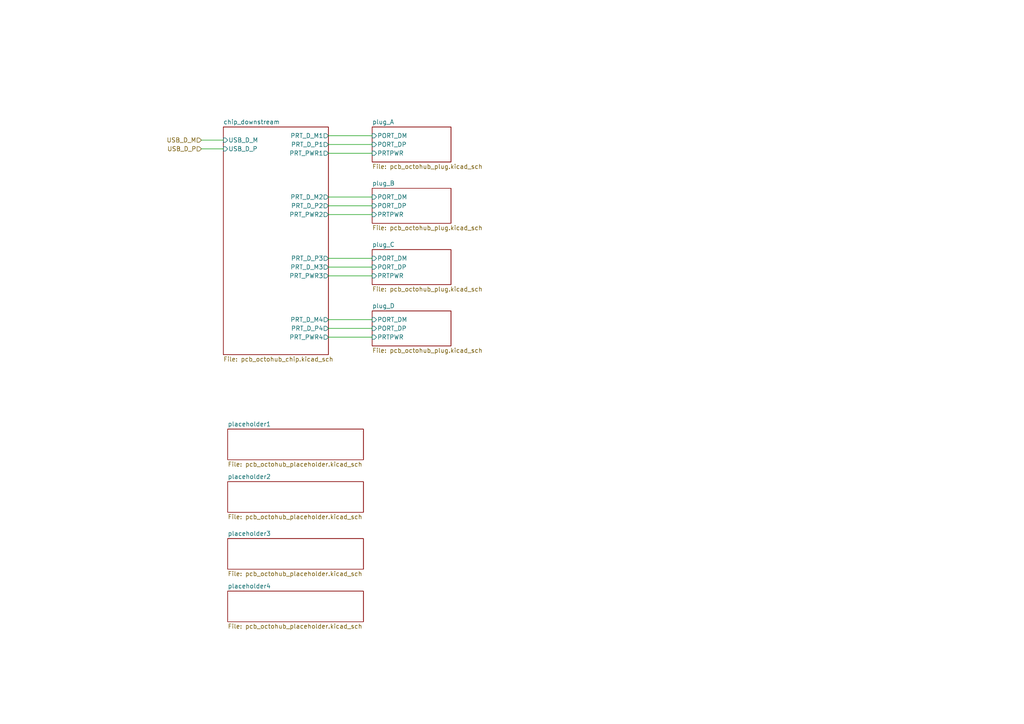
<source format=kicad_sch>
(kicad_sch
	(version 20231120)
	(generator "eeschema")
	(generator_version "8.0")
	(uuid "ef9bc8f6-0d11-4533-8464-db6b39d42442")
	(paper "A4")
	(title_block
		(title "Octoprobe octohub")
		(date "2024-06-18")
		(rev "0.2")
		(company "Hans Märki, Märki Informatik")
		(comment 1 "The MIT License (MIT)")
	)
	(lib_symbols)
	(wire
		(pts
			(xy 58.42 40.64) (xy 64.77 40.64)
		)
		(stroke
			(width 0)
			(type default)
		)
		(uuid "1111dd62-2ebd-4b11-abbe-30e1d9750ee1")
	)
	(wire
		(pts
			(xy 95.25 95.25) (xy 107.95 95.25)
		)
		(stroke
			(width 0)
			(type default)
		)
		(uuid "50c19e3d-bb89-4f83-88e9-a5b0c7221316")
	)
	(wire
		(pts
			(xy 95.25 74.93) (xy 107.95 74.93)
		)
		(stroke
			(width 0)
			(type default)
		)
		(uuid "7a501f92-3021-4029-b9bd-9cbe46fe2c30")
	)
	(wire
		(pts
			(xy 95.25 77.47) (xy 107.95 77.47)
		)
		(stroke
			(width 0)
			(type default)
		)
		(uuid "7d8191c4-3a21-4bfa-9fe9-75f4a97e0f20")
	)
	(wire
		(pts
			(xy 95.25 62.23) (xy 107.95 62.23)
		)
		(stroke
			(width 0)
			(type default)
		)
		(uuid "8154042f-e0d9-41ee-a7c7-a92a922c41e8")
	)
	(wire
		(pts
			(xy 95.25 80.01) (xy 107.95 80.01)
		)
		(stroke
			(width 0)
			(type default)
		)
		(uuid "88bd2a71-0b7c-43eb-9020-6bbee0178180")
	)
	(wire
		(pts
			(xy 95.25 97.79) (xy 107.95 97.79)
		)
		(stroke
			(width 0)
			(type default)
		)
		(uuid "8aceb350-628b-475d-bffc-07c9e0db7f3a")
	)
	(wire
		(pts
			(xy 58.42 43.18) (xy 64.77 43.18)
		)
		(stroke
			(width 0)
			(type default)
		)
		(uuid "9e320752-436d-41b9-b66c-b5cbcb326cf1")
	)
	(wire
		(pts
			(xy 95.25 41.91) (xy 107.95 41.91)
		)
		(stroke
			(width 0)
			(type default)
		)
		(uuid "a43a066d-bb38-4079-a600-f1a84e0ac813")
	)
	(wire
		(pts
			(xy 95.25 57.15) (xy 107.95 57.15)
		)
		(stroke
			(width 0)
			(type default)
		)
		(uuid "aa15f09f-d984-4173-9423-c313a3796bb8")
	)
	(wire
		(pts
			(xy 95.25 44.45) (xy 107.95 44.45)
		)
		(stroke
			(width 0)
			(type default)
		)
		(uuid "bff04930-2c2c-41e2-bbe3-44c347a794a4")
	)
	(wire
		(pts
			(xy 95.25 39.37) (xy 107.95 39.37)
		)
		(stroke
			(width 0)
			(type default)
		)
		(uuid "e1f00f15-b598-4319-a428-bab58cf10f65")
	)
	(wire
		(pts
			(xy 95.25 59.69) (xy 107.95 59.69)
		)
		(stroke
			(width 0)
			(type default)
		)
		(uuid "ea06b703-7c4b-425d-a492-3eb604901412")
	)
	(wire
		(pts
			(xy 95.25 92.71) (xy 107.95 92.71)
		)
		(stroke
			(width 0)
			(type default)
		)
		(uuid "fd2bebf7-7ef5-4d8a-a8ca-bbb55e2f4ae9")
	)
	(hierarchical_label "USB_D_M"
		(shape input)
		(at 58.42 40.64 180)
		(fields_autoplaced yes)
		(effects
			(font
				(size 1.27 1.27)
			)
			(justify right)
		)
		(uuid "0186f70f-24fe-4c28-b69d-97579f79943d")
	)
	(hierarchical_label "USB_D_P"
		(shape input)
		(at 58.42 43.18 180)
		(fields_autoplaced yes)
		(effects
			(font
				(size 1.27 1.27)
			)
			(justify right)
		)
		(uuid "13c9db4b-ed4e-45d1-84f6-b82695d5c98d")
	)
	(sheet
		(at 107.95 36.83)
		(size 22.86 10.16)
		(fields_autoplaced yes)
		(stroke
			(width 0.1524)
			(type solid)
		)
		(fill
			(color 0 0 0 0.0000)
		)
		(uuid "0477ed89-4a5f-446e-abf8-3eb100721172")
		(property "Sheetname" "plug_A"
			(at 107.95 36.1184 0)
			(effects
				(font
					(size 1.27 1.27)
				)
				(justify left bottom)
			)
		)
		(property "Sheetfile" "pcb_octohub_plug.kicad_sch"
			(at 107.95 47.5746 0)
			(effects
				(font
					(size 1.27 1.27)
				)
				(justify left top)
			)
		)
		(property "Pluglabel" "${PluglabelA}"
			(at 107.95 36.83 0)
			(effects
				(font
					(size 1.27 1.27)
				)
				(hide yes)
			)
		)
		(pin "PORT_DM" input
			(at 107.95 39.37 180)
			(effects
				(font
					(size 1.27 1.27)
				)
				(justify left)
			)
			(uuid "e8f13356-1020-4a40-a686-03426f7c596f")
		)
		(pin "PORT_DP" input
			(at 107.95 41.91 180)
			(effects
				(font
					(size 1.27 1.27)
				)
				(justify left)
			)
			(uuid "e86745a3-2a42-42f1-88ac-08a39fefaae9")
		)
		(pin "PRTPWR" input
			(at 107.95 44.45 180)
			(effects
				(font
					(size 1.27 1.27)
				)
				(justify left)
			)
			(uuid "1be0d8b1-62f4-4d97-9fcc-577426684895")
		)
		(instances
			(project "pcb_octohub"
				(path "/71f22cdd-d2e8-428f-a493-ba818011117e/cce2caaa-8f81-464b-90dc-a65beb95ce6e"
					(page "12")
				)
			)
		)
	)
	(sheet
		(at 107.95 72.39)
		(size 22.86 10.16)
		(fields_autoplaced yes)
		(stroke
			(width 0.1524)
			(type solid)
		)
		(fill
			(color 0 0 0 0.0000)
		)
		(uuid "0a192503-5819-4b2f-8a36-53a2aa405388")
		(property "Sheetname" "plug_C"
			(at 107.95 71.6784 0)
			(effects
				(font
					(size 1.27 1.27)
				)
				(justify left bottom)
			)
		)
		(property "Sheetfile" "pcb_octohub_plug.kicad_sch"
			(at 107.95 83.1346 0)
			(effects
				(font
					(size 1.27 1.27)
				)
				(justify left top)
			)
		)
		(property "Pluglabel" "${PluglabelC}"
			(at 107.95 72.39 0)
			(effects
				(font
					(size 1.27 1.27)
				)
				(hide yes)
			)
		)
		(pin "PORT_DM" input
			(at 107.95 74.93 180)
			(effects
				(font
					(size 1.27 1.27)
				)
				(justify left)
			)
			(uuid "53d1d760-8ac7-4241-b0db-65ff4b5ce4a4")
		)
		(pin "PORT_DP" input
			(at 107.95 77.47 180)
			(effects
				(font
					(size 1.27 1.27)
				)
				(justify left)
			)
			(uuid "06edd948-63a5-4b58-b311-42a8b3fcd7f2")
		)
		(pin "PRTPWR" input
			(at 107.95 80.01 180)
			(effects
				(font
					(size 1.27 1.27)
				)
				(justify left)
			)
			(uuid "22900f00-8da0-421a-abed-220b24f7ed53")
		)
		(instances
			(project "pcb_octohub"
				(path "/71f22cdd-d2e8-428f-a493-ba818011117e/cce2caaa-8f81-464b-90dc-a65beb95ce6e"
					(page "14")
				)
			)
		)
	)
	(sheet
		(at 66.04 124.46)
		(size 39.37 8.89)
		(fields_autoplaced yes)
		(stroke
			(width 0.1524)
			(type solid)
		)
		(fill
			(color 0 0 0 0.0000)
		)
		(uuid "432ac23f-fee3-4bc8-8025-72672e8e70a9")
		(property "Sheetname" "placeholder1"
			(at 66.04 123.7484 0)
			(effects
				(font
					(size 1.27 1.27)
				)
				(justify left bottom)
			)
		)
		(property "Sheetfile" "pcb_octohub_placeholder.kicad_sch"
			(at 66.04 133.9346 0)
			(effects
				(font
					(size 1.27 1.27)
				)
				(justify left top)
			)
		)
		(instances
			(project "pcb_octohub"
				(path "/71f22cdd-d2e8-428f-a493-ba818011117e/cce2caaa-8f81-464b-90dc-a65beb95ce6e"
					(page "16")
				)
			)
		)
	)
	(sheet
		(at 107.95 90.17)
		(size 22.86 10.16)
		(fields_autoplaced yes)
		(stroke
			(width 0.1524)
			(type solid)
		)
		(fill
			(color 0 0 0 0.0000)
		)
		(uuid "506f8ecb-25c5-4bd4-8ed7-aae7609dc006")
		(property "Sheetname" "plug_D"
			(at 107.95 89.4584 0)
			(effects
				(font
					(size 1.27 1.27)
				)
				(justify left bottom)
			)
		)
		(property "Sheetfile" "pcb_octohub_plug.kicad_sch"
			(at 107.95 100.9146 0)
			(effects
				(font
					(size 1.27 1.27)
				)
				(justify left top)
			)
		)
		(property "Pluglabel" "${PluglabelD}"
			(at 107.95 90.17 0)
			(effects
				(font
					(size 1.27 1.27)
				)
				(hide yes)
			)
		)
		(pin "PORT_DM" input
			(at 107.95 92.71 180)
			(effects
				(font
					(size 1.27 1.27)
				)
				(justify left)
			)
			(uuid "7b18f34d-a82b-475a-a82d-5a1bf7854599")
		)
		(pin "PORT_DP" input
			(at 107.95 95.25 180)
			(effects
				(font
					(size 1.27 1.27)
				)
				(justify left)
			)
			(uuid "029f5372-bba2-4479-b609-a736b19ddc39")
		)
		(pin "PRTPWR" input
			(at 107.95 97.79 180)
			(effects
				(font
					(size 1.27 1.27)
				)
				(justify left)
			)
			(uuid "648da7e2-2af0-4362-bf94-22fbea41ad8a")
		)
		(instances
			(project "pcb_octohub"
				(path "/71f22cdd-d2e8-428f-a493-ba818011117e/cce2caaa-8f81-464b-90dc-a65beb95ce6e"
					(page "15")
				)
			)
		)
	)
	(sheet
		(at 66.04 139.7)
		(size 39.37 8.89)
		(fields_autoplaced yes)
		(stroke
			(width 0.1524)
			(type solid)
		)
		(fill
			(color 0 0 0 0.0000)
		)
		(uuid "5c1a6048-112a-4436-94b5-96d586702736")
		(property "Sheetname" "placeholder2"
			(at 66.04 138.9884 0)
			(effects
				(font
					(size 1.27 1.27)
				)
				(justify left bottom)
			)
		)
		(property "Sheetfile" "pcb_octohub_placeholder.kicad_sch"
			(at 66.04 149.1746 0)
			(effects
				(font
					(size 1.27 1.27)
				)
				(justify left top)
			)
		)
		(instances
			(project "pcb_octohub"
				(path "/71f22cdd-d2e8-428f-a493-ba818011117e/cce2caaa-8f81-464b-90dc-a65beb95ce6e"
					(page "17")
				)
			)
		)
	)
	(sheet
		(at 107.95 54.61)
		(size 22.86 10.16)
		(fields_autoplaced yes)
		(stroke
			(width 0.1524)
			(type solid)
		)
		(fill
			(color 0 0 0 0.0000)
		)
		(uuid "76c3cef3-075e-4751-bf91-3e2aa08b7634")
		(property "Sheetname" "plug_B"
			(at 107.95 53.8984 0)
			(effects
				(font
					(size 1.27 1.27)
				)
				(justify left bottom)
			)
		)
		(property "Sheetfile" "pcb_octohub_plug.kicad_sch"
			(at 107.95 65.3546 0)
			(effects
				(font
					(size 1.27 1.27)
				)
				(justify left top)
			)
		)
		(property "Pluglabel" "${PluglabelB}"
			(at 107.95 54.61 0)
			(effects
				(font
					(size 1.27 1.27)
				)
				(hide yes)
			)
		)
		(pin "PORT_DM" input
			(at 107.95 57.15 180)
			(effects
				(font
					(size 1.27 1.27)
				)
				(justify left)
			)
			(uuid "d8e89170-fd7a-4038-8509-133bcddc0e20")
		)
		(pin "PORT_DP" input
			(at 107.95 59.69 180)
			(effects
				(font
					(size 1.27 1.27)
				)
				(justify left)
			)
			(uuid "4f5f32d5-ea75-4563-bd99-1e21351b8f35")
		)
		(pin "PRTPWR" input
			(at 107.95 62.23 180)
			(effects
				(font
					(size 1.27 1.27)
				)
				(justify left)
			)
			(uuid "3e3570d1-81c3-4d2f-883d-a64c75db6ee9")
		)
		(instances
			(project "pcb_octohub"
				(path "/71f22cdd-d2e8-428f-a493-ba818011117e/cce2caaa-8f81-464b-90dc-a65beb95ce6e"
					(page "13")
				)
			)
		)
	)
	(sheet
		(at 64.77 36.83)
		(size 30.48 66.04)
		(fields_autoplaced yes)
		(stroke
			(width 0.1524)
			(type solid)
		)
		(fill
			(color 0 0 0 0.0000)
		)
		(uuid "905a4e11-6f14-4a1c-9cfb-b7581f2e2845")
		(property "Sheetname" "chip_downstream"
			(at 64.77 36.1184 0)
			(effects
				(font
					(size 1.27 1.27)
				)
				(justify left bottom)
			)
		)
		(property "Sheetfile" "pcb_octohub_chip.kicad_sch"
			(at 64.77 103.4546 0)
			(effects
				(font
					(size 1.27 1.27)
				)
				(justify left top)
			)
		)
		(pin "USB_D_M" input
			(at 64.77 40.64 180)
			(effects
				(font
					(size 1.27 1.27)
				)
				(justify left)
			)
			(uuid "0bad2fc4-da4b-4a41-97da-b41eabc94c4f")
		)
		(pin "USB_D_P" input
			(at 64.77 43.18 180)
			(effects
				(font
					(size 1.27 1.27)
				)
				(justify left)
			)
			(uuid "6ce439b3-2fe5-43e0-a321-48c7e686b0d3")
		)
		(pin "PRT_D_M1" output
			(at 95.25 39.37 0)
			(effects
				(font
					(size 1.27 1.27)
				)
				(justify right)
			)
			(uuid "57828b3b-f6ab-4565-8e3c-e0648c3ea9f5")
		)
		(pin "PRT_D_M2" output
			(at 95.25 57.15 0)
			(effects
				(font
					(size 1.27 1.27)
				)
				(justify right)
			)
			(uuid "65f288b8-0cd1-41d2-906b-ba02738794f6")
		)
		(pin "PRT_PWR1" output
			(at 95.25 44.45 0)
			(effects
				(font
					(size 1.27 1.27)
				)
				(justify right)
			)
			(uuid "35dfaa24-3c1a-4e93-8fb7-f8cb58698eb7")
		)
		(pin "PRT_D_P1" output
			(at 95.25 41.91 0)
			(effects
				(font
					(size 1.27 1.27)
				)
				(justify right)
			)
			(uuid "899c0c54-cfcc-4d0a-994d-1c9cc2f6f9f1")
		)
		(pin "PRT_D_P2" output
			(at 95.25 59.69 0)
			(effects
				(font
					(size 1.27 1.27)
				)
				(justify right)
			)
			(uuid "d832ed98-6df8-4fa0-be78-9e6bfc7a0b03")
		)
		(pin "PRT_PWR2" output
			(at 95.25 62.23 0)
			(effects
				(font
					(size 1.27 1.27)
				)
				(justify right)
			)
			(uuid "b15e9950-0681-4c6d-b9b6-6bc17be3c88b")
		)
		(pin "PRT_D_P3" output
			(at 95.25 74.93 0)
			(effects
				(font
					(size 1.27 1.27)
				)
				(justify right)
			)
			(uuid "d83ac5ed-bfe6-46e6-967a-d4b64f5137c5")
		)
		(pin "PRT_PWR3" output
			(at 95.25 80.01 0)
			(effects
				(font
					(size 1.27 1.27)
				)
				(justify right)
			)
			(uuid "008d3215-776d-48b1-a868-c6bd45baee2d")
		)
		(pin "PRT_D_M3" output
			(at 95.25 77.47 0)
			(effects
				(font
					(size 1.27 1.27)
				)
				(justify right)
			)
			(uuid "bf078edd-9820-4b81-b5a1-7f949439ac50")
		)
		(pin "PRT_D_M4" output
			(at 95.25 92.71 0)
			(effects
				(font
					(size 1.27 1.27)
				)
				(justify right)
			)
			(uuid "4c387168-6260-4faa-be33-a4c66bb333ab")
		)
		(pin "PRT_D_P4" output
			(at 95.25 95.25 0)
			(effects
				(font
					(size 1.27 1.27)
				)
				(justify right)
			)
			(uuid "e656a7f8-07d2-4af0-9890-512bbe0a6dc4")
		)
		(pin "PRT_PWR4" output
			(at 95.25 97.79 0)
			(effects
				(font
					(size 1.27 1.27)
				)
				(justify right)
			)
			(uuid "1ee1f58f-67da-42c6-afc3-d2e6711a01f1")
		)
		(instances
			(project "pcb_octohub"
				(path "/71f22cdd-d2e8-428f-a493-ba818011117e/cce2caaa-8f81-464b-90dc-a65beb95ce6e"
					(page "11")
				)
			)
		)
	)
	(sheet
		(at 66.04 156.21)
		(size 39.37 8.89)
		(fields_autoplaced yes)
		(stroke
			(width 0.1524)
			(type solid)
		)
		(fill
			(color 0 0 0 0.0000)
		)
		(uuid "ce04ce3d-b274-4ff4-9e16-5676d240d97a")
		(property "Sheetname" "placeholder3"
			(at 66.04 155.4984 0)
			(effects
				(font
					(size 1.27 1.27)
				)
				(justify left bottom)
			)
		)
		(property "Sheetfile" "pcb_octohub_placeholder.kicad_sch"
			(at 66.04 165.6846 0)
			(effects
				(font
					(size 1.27 1.27)
				)
				(justify left top)
			)
		)
		(instances
			(project "pcb_octohub"
				(path "/71f22cdd-d2e8-428f-a493-ba818011117e/cce2caaa-8f81-464b-90dc-a65beb95ce6e"
					(page "18")
				)
			)
		)
	)
	(sheet
		(at 66.04 171.45)
		(size 39.37 8.89)
		(fields_autoplaced yes)
		(stroke
			(width 0.1524)
			(type solid)
		)
		(fill
			(color 0 0 0 0.0000)
		)
		(uuid "e0d4c4ef-a528-4e38-99b5-bcf348fa20d8")
		(property "Sheetname" "placeholder4"
			(at 66.04 170.7384 0)
			(effects
				(font
					(size 1.27 1.27)
				)
				(justify left bottom)
			)
		)
		(property "Sheetfile" "pcb_octohub_placeholder.kicad_sch"
			(at 66.04 180.9246 0)
			(effects
				(font
					(size 1.27 1.27)
				)
				(justify left top)
			)
		)
		(instances
			(project "pcb_octohub"
				(path "/71f22cdd-d2e8-428f-a493-ba818011117e/cce2caaa-8f81-464b-90dc-a65beb95ce6e"
					(page "19")
				)
			)
		)
	)
)

</source>
